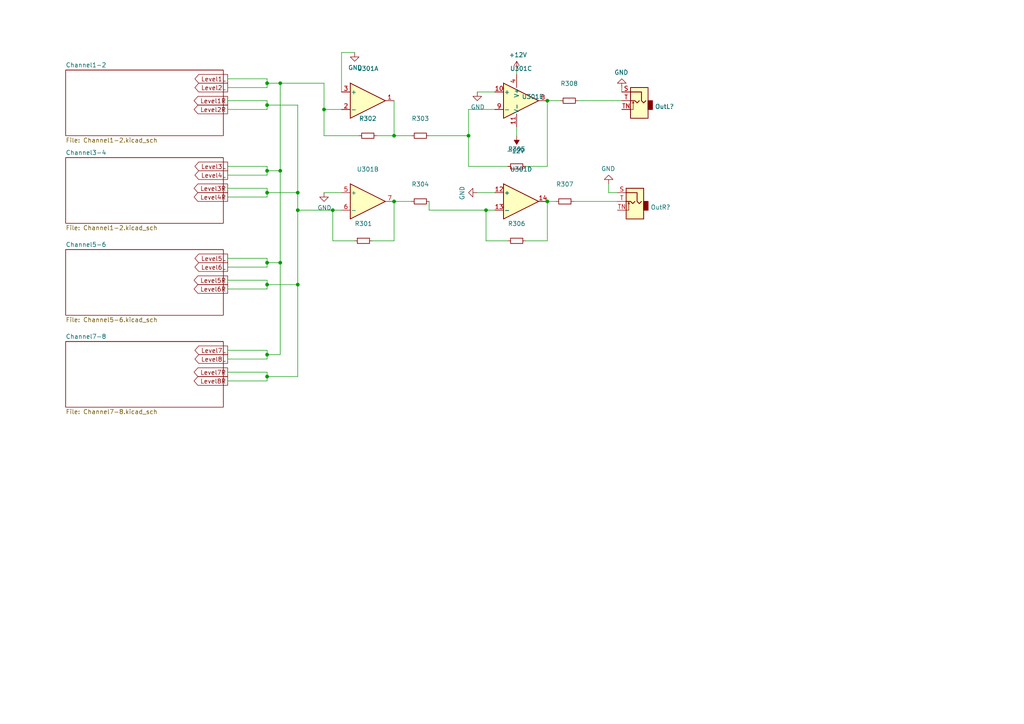
<source format=kicad_sch>
(kicad_sch (version 20211123) (generator eeschema)
  (paper "A4")
  (lib_symbols
    (symbol "Amplifier_Operational:TL074" (pin_names (offset 0.127))
      (property "Reference" "U" (at 0 5.08 0))
      (property "Value" "TL074" (at 0 -5.08 0))
      (symbol "TL074_1_1"
        (polyline (pts (xy -5.08 5.08) (xy 5.08 0) (xy -5.08 -5.08) (xy -5.08 5.08)) (stroke (width 0.254)) (fill (type background)))
        (pin output line (at 7.62 0 180) (length 2.54) (name "~") (number "1"))
        (pin input line (at -7.62 -2.54 0) (length 2.54) (name "-") (number "2"))
        (pin input line (at -7.62 2.54 0) (length 2.54) (name "+") (number "3"))
      )
      (symbol "TL074_2_1"
        (polyline (pts (xy -5.08 5.08) (xy 5.08 0) (xy -5.08 -5.08) (xy -5.08 5.08)) (stroke (width 0.254)) (fill (type background)))
        (pin input line (at -7.62 2.54 0) (length 2.54) (name "+") (number "5"))
        (pin input line (at -7.62 -2.54 0) (length 2.54) (name "-") (number "6"))
        (pin output line (at 7.62 0 180) (length 2.54) (name "~") (number "7"))
      )
      (symbol "TL074_3_1"
        (polyline (pts (xy -5.08 5.08) (xy 5.08 0) (xy -5.08 -5.08) (xy -5.08 5.08)) (stroke (width 0.254)) (fill (type background)))
        (pin input line (at -7.62 2.54 0) (length 2.54) (name "+") (number "10"))
        (pin output line (at 7.62 0 180) (length 2.54) (name "~") (number "8"))
        (pin input line (at -7.62 -2.54 0) (length 2.54) (name "-") (number "9"))
      )
      (symbol "TL074_4_1"
        (polyline (pts (xy -5.08 5.08) (xy 5.08 0) (xy -5.08 -5.08) (xy -5.08 5.08)) (stroke (width 0.254)) (fill (type background)))
        (pin input line (at -7.62 2.54 0) (length 2.54) (name "+") (number "12"))
        (pin input line (at -7.62 -2.54 0) (length 2.54) (name "-") (number "13"))
        (pin output line (at 7.62 0 180) (length 2.54) (name "~") (number "14"))
      )
      (symbol "TL074_5_1"
        (pin power_in line (at -2.54 -7.62 90) (length 3.81) (name "V-") (number "11"))
        (pin power_in line (at -2.54 7.62 270) (length 3.81) (name "V+") (number "4"))
      )
    )
    (symbol "Connector:AudioJack2_SwitchT"
      (property "Reference" "J" (at 0 8.89 0))
      (property "Value" "AudioJack2_SwitchT" (at 0 6.35 0))
      (symbol "AudioJack2_SwitchT_0_1"
        (rectangle (start -2.54 0) (end -3.81 -2.54) (stroke (width 0.254)) (fill (type outline)))
        (polyline (pts (xy 1.778 -0.254) (xy 2.032 -0.762)))
        (polyline (pts (xy 0 0) (xy 0.635 -0.635) (xy 1.27 0) (xy 2.54 0)) (stroke (width 0.254)))
        (polyline (pts (xy 2.54 -2.54) (xy 1.778 -2.54) (xy 1.778 -0.254) (xy 1.524 -0.762)))
        (polyline (pts (xy 2.54 2.54) (xy -0.635 2.54) (xy -0.635 0) (xy -1.27 -0.635) (xy -1.905 0)) (stroke (width 0.254)))
        (rectangle (start 2.54 3.81) (end -2.54 -5.08) (stroke (width 0.254)) (fill (type background)))
      )
      (symbol "AudioJack2_SwitchT_1_1"
        (pin passive line (at 5.08 2.54 180) (length 2.54) (name "~") (number "S"))
        (pin passive line (at 5.08 0 180) (length 2.54) (name "~") (number "T"))
        (pin passive line (at 5.08 -2.54 180) (length 2.54) (name "~") (number "TN"))
      )
    )
    (symbol "Device:R_Small" (pin_numbers hide) (pin_names (offset 0.254) hide)
      (property "Reference" "R" (at 0.762 0.508 0))
      (property "Value" "R_Small" (at 0.762 -1.016 0))
      (symbol "R_Small_0_1"
        (rectangle (start -0.762 1.778) (end 0.762 -1.778) (stroke (width 0.2032)))
      )
      (symbol "R_Small_1_1"
        (pin passive line (at 0 2.54 270) (length 0.762) (name "~") (number "1"))
        (pin passive line (at 0 -2.54 90) (length 0.762) (name "~") (number "2"))
      )
    )
    (symbol "power:+12V" (power) (pin_names (offset 0))
      (property "Value" "+12V" (at 0 3.556 0))
      (symbol "+12V_0_1"
        (polyline (pts (xy -0.762 1.27) (xy 0 2.54)))
        (polyline (pts (xy 0 0) (xy 0 2.54)))
        (polyline (pts (xy 0 2.54) (xy 0.762 1.27)))
      )
      (symbol "+12V_1_1"
        (pin power_in line (at 0 0 90) (length 0) hide (name "+12V") (number "1"))
      )
    )
    (symbol "power:-12V" (power) (pin_names (offset 0))
      (property "Value" "-12V" (at 0 3.81 0))
      (symbol "-12V_0_0"
        (pin power_in line (at 0 0 90) (length 0) hide (name "-12V") (number "1"))
      )
      (symbol "-12V_0_1"
        (polyline (pts (xy 0 0) (xy 0 1.27) (xy 0.762 1.27) (xy 0 2.54) (xy -0.762 1.27) (xy 0 1.27)) (fill (type outline)))
      )
    )
    (symbol "power:GND" (power) (pin_names (offset 0))
      (property "Value" "GND" (at 0 -3.81 0))
      (symbol "GND_0_1"
        (polyline (pts (xy 0 0) (xy 0 -1.27) (xy 1.27 -1.27) (xy 0 -2.54) (xy -1.27 -1.27) (xy 0 -1.27)))
      )
      (symbol "GND_1_1"
        (pin power_in line (at 0 0 270) (length 0) hide (name "GND") (number "1"))
      )
    )
  )
  (junction (at 77.47 49.53))
  (junction (at 93.98 31.75))
  (junction (at 114.3 58.42))
  (junction (at 86.36 55.88))
  (junction (at 86.36 60.96))
  (junction (at 77.47 55.88))
  (junction (at 158.75 58.42))
  (junction (at 77.47 24.13))
  (junction (at 96.52 60.96))
  (junction (at 81.28 76.2))
  (junction (at 77.47 76.2))
  (junction (at 77.47 109.22))
  (junction (at 77.47 82.55))
  (junction (at 114.3 39.37))
  (junction (at 140.97 60.96))
  (junction (at 77.47 102.87))
  (junction (at 86.36 82.55))
  (junction (at 77.47 30.48))
  (junction (at 81.28 49.53))
  (junction (at 81.28 24.13))
  (junction (at 135.89 39.37))
  (junction (at 158.75 29.21))
  (wire (pts (xy 166.37 58.42) (xy 179.07 58.42)))
  (wire (pts (xy 114.3 39.37) (xy 114.3 29.21)))
  (wire (pts (xy 93.98 31.75) (xy 99.06 31.75)))
  (wire (pts (xy 86.36 109.22) (xy 86.36 82.55)))
  (wire (pts (xy 77.47 74.93) (xy 77.47 76.2)))
  (wire (pts (xy 161.29 58.42) (xy 158.75 58.42)))
  (wire (pts (xy 77.47 25.4) (xy 66.04 25.4)))
  (wire (pts (xy 107.95 69.85) (xy 114.3 69.85)))
  (wire (pts (xy 77.47 30.48) (xy 86.36 30.48)))
  (wire (pts (xy 66.04 48.26) (xy 77.47 48.26)))
  (wire (pts (xy 124.46 58.42) (xy 124.46 60.96)))
  (wire (pts (xy 124.46 60.96) (xy 140.97 60.96)))
  (wire (pts (xy 152.4 69.85) (xy 158.75 69.85)))
  (wire (pts (xy 81.28 102.87) (xy 81.28 76.2)))
  (wire (pts (xy 77.47 49.53) (xy 81.28 49.53)))
  (wire (pts (xy 93.98 24.13) (xy 93.98 31.75)))
  (wire (pts (xy 77.47 82.55) (xy 86.36 82.55)))
  (wire (pts (xy 96.52 69.85) (xy 102.87 69.85)))
  (wire (pts (xy 135.89 48.26) (xy 147.32 48.26)))
  (wire (pts (xy 66.04 22.86) (xy 77.47 22.86)))
  (wire (pts (xy 149.86 21.59) (xy 149.86 20.32)))
  (wire (pts (xy 77.47 109.22) (xy 77.47 107.95)))
  (wire (pts (xy 147.32 69.85) (xy 140.97 69.85)))
  (wire (pts (xy 77.47 49.53) (xy 77.47 48.26)))
  (wire (pts (xy 162.56 29.21) (xy 158.75 29.21)))
  (wire (pts (xy 77.47 110.49) (xy 66.04 110.49)))
  (wire (pts (xy 77.47 77.47) (xy 66.04 77.47)))
  (wire (pts (xy 77.47 30.48) (xy 77.47 31.75)))
  (wire (pts (xy 77.47 81.28) (xy 77.47 82.55)))
  (wire (pts (xy 86.36 82.55) (xy 86.36 60.96)))
  (wire (pts (xy 135.89 48.26) (xy 135.89 39.37)))
  (wire (pts (xy 77.47 55.88) (xy 77.47 57.15)))
  (wire (pts (xy 77.47 24.13) (xy 77.47 25.4)))
  (wire (pts (xy 66.04 101.6) (xy 77.47 101.6)))
  (wire (pts (xy 135.89 39.37) (xy 135.89 31.75)))
  (wire (pts (xy 180.34 26.67) (xy 180.34 25.4)))
  (wire (pts (xy 77.47 55.88) (xy 86.36 55.88)))
  (wire (pts (xy 96.52 60.96) (xy 96.52 69.85)))
  (wire (pts (xy 77.47 24.13) (xy 81.28 24.13)))
  (wire (pts (xy 77.47 57.15) (xy 66.04 57.15)))
  (wire (pts (xy 66.04 29.21) (xy 77.47 29.21)))
  (wire (pts (xy 93.98 31.75) (xy 93.98 39.37)))
  (wire (pts (xy 66.04 81.28) (xy 77.47 81.28)))
  (wire (pts (xy 86.36 60.96) (xy 96.52 60.96)))
  (wire (pts (xy 81.28 49.53) (xy 81.28 24.13)))
  (wire (pts (xy 77.47 104.14) (xy 66.04 104.14)))
  (wire (pts (xy 77.47 104.14) (xy 77.47 102.87)))
  (wire (pts (xy 114.3 69.85) (xy 114.3 58.42)))
  (wire (pts (xy 138.43 55.88) (xy 143.51 55.88)))
  (wire (pts (xy 167.64 29.21) (xy 180.34 29.21)))
  (wire (pts (xy 176.53 53.34) (xy 176.53 55.88)))
  (wire (pts (xy 135.89 31.75) (xy 143.51 31.75)))
  (wire (pts (xy 77.47 82.55) (xy 77.47 83.82)))
  (wire (pts (xy 77.47 50.8) (xy 77.47 49.53)))
  (wire (pts (xy 77.47 102.87) (xy 81.28 102.87)))
  (wire (pts (xy 77.47 102.87) (xy 77.47 101.6)))
  (wire (pts (xy 81.28 24.13) (xy 93.98 24.13)))
  (wire (pts (xy 77.47 110.49) (xy 77.47 109.22)))
  (wire (pts (xy 176.53 55.88) (xy 179.07 55.88)))
  (wire (pts (xy 77.47 54.61) (xy 77.47 55.88)))
  (wire (pts (xy 99.06 15.24) (xy 102.87 15.24)))
  (wire (pts (xy 77.47 109.22) (xy 86.36 109.22)))
  (wire (pts (xy 93.98 39.37) (xy 104.14 39.37)))
  (wire (pts (xy 81.28 76.2) (xy 81.28 49.53)))
  (wire (pts (xy 86.36 55.88) (xy 86.36 60.96)))
  (wire (pts (xy 96.52 60.96) (xy 99.06 60.96)))
  (wire (pts (xy 138.43 26.67) (xy 143.51 26.67)))
  (wire (pts (xy 140.97 60.96) (xy 143.51 60.96)))
  (wire (pts (xy 77.47 76.2) (xy 81.28 76.2)))
  (wire (pts (xy 66.04 107.95) (xy 77.47 107.95)))
  (wire (pts (xy 77.47 50.8) (xy 66.04 50.8)))
  (wire (pts (xy 77.47 22.86) (xy 77.47 24.13)))
  (wire (pts (xy 149.86 36.83) (xy 149.86 39.37)))
  (wire (pts (xy 158.75 48.26) (xy 158.75 29.21)))
  (wire (pts (xy 124.46 39.37) (xy 135.89 39.37)))
  (wire (pts (xy 93.98 55.88) (xy 99.06 55.88)))
  (wire (pts (xy 99.06 15.24) (xy 99.06 26.67)))
  (wire (pts (xy 114.3 39.37) (xy 119.38 39.37)))
  (wire (pts (xy 158.75 69.85) (xy 158.75 58.42)))
  (wire (pts (xy 77.47 76.2) (xy 77.47 77.47)))
  (wire (pts (xy 77.47 31.75) (xy 66.04 31.75)))
  (wire (pts (xy 86.36 30.48) (xy 86.36 55.88)))
  (wire (pts (xy 66.04 74.93) (xy 77.47 74.93)))
  (wire (pts (xy 114.3 58.42) (xy 119.38 58.42)))
  (wire (pts (xy 109.22 39.37) (xy 114.3 39.37)))
  (wire (pts (xy 77.47 29.21) (xy 77.47 30.48)))
  (wire (pts (xy 77.47 83.82) (xy 66.04 83.82)))
  (wire (pts (xy 66.04 54.61) (xy 77.47 54.61)))
  (wire (pts (xy 152.4 48.26) (xy 158.75 48.26)))
  (wire (pts (xy 140.97 69.85) (xy 140.97 60.96)))
  (global_label "Level1R" (shape output) (at 66.04 29.21 180) (property "Intersheet References" "${INTERSHEET_REFS}" (effects hide)))
  (global_label "Level2L" (shape output) (at 66.04 25.4 180) (property "Intersheet References" "${INTERSHEET_REFS}" (effects hide)))
  (global_label "Level7L" (shape output) (at 66.04 101.6 180) (property "Intersheet References" "${INTERSHEET_REFS}" (effects hide)))
  (global_label "Level5R" (shape output) (at 66.04 81.28 180) (property "Intersheet References" "${INTERSHEET_REFS}" (effects hide)))
  (global_label "Level4R" (shape output) (at 66.04 57.15 180) (property "Intersheet References" "${INTERSHEET_REFS}" (effects hide)))
  (global_label "Level7R" (shape output) (at 66.04 107.95 180) (property "Intersheet References" "${INTERSHEET_REFS}" (effects hide)))
  (global_label "Level5L" (shape output) (at 66.04 74.93 180) (property "Intersheet References" "${INTERSHEET_REFS}" (effects hide)))
  (global_label "Level3R" (shape output) (at 66.04 54.61 180) (property "Intersheet References" "${INTERSHEET_REFS}" (effects hide)))
  (global_label "Level2R" (shape output) (at 66.04 31.75 180) (property "Intersheet References" "${INTERSHEET_REFS}" (effects hide)))
  (global_label "Level6R" (shape output) (at 66.04 83.82 180) (property "Intersheet References" "${INTERSHEET_REFS}" (effects hide)))
  (global_label "Level6L" (shape output) (at 66.04 77.47 180) (property "Intersheet References" "${INTERSHEET_REFS}" (effects hide)))
  (global_label "Level4L" (shape output) (at 66.04 50.8 180) (property "Intersheet References" "${INTERSHEET_REFS}" (effects hide)))
  (global_label "Level1L" (shape output) (at 66.04 22.86 180) (property "Intersheet References" "${INTERSHEET_REFS}" (effects hide)))
  (global_label "Level8R" (shape output) (at 66.04 110.49 180) (property "Intersheet References" "${INTERSHEET_REFS}" (effects hide)))
  (global_label "Level3L" (shape output) (at 66.04 48.26 180) (property "Intersheet References" "${INTERSHEET_REFS}" (effects hide)))
  (global_label "Level8L" (shape output) (at 66.04 104.14 180) (property "Intersheet References" "${INTERSHEET_REFS}" (effects hide)))
  (symbol (lib_id "Amplifier_Operational:TL074") (at 106.68 29.21 0) (unit 1)
    (property "Reference" "U301" (at 106.68 19.8882 0))
    (property "Datasheet" "http://www.ti.com/lit/ds/symlink/tl071.pdf" (effects hide))
  )
  (symbol (lib_id "Amplifier_Operational:TL074") (at 106.68 58.42 0) (unit 2)
    (property "Reference" "U301" (at 106.68 49.0982 0))
    (property "Datasheet" "http://www.ti.com/lit/ds/symlink/tl071.pdf" (effects hide))
  )
  (symbol (lib_id "Amplifier_Operational:TL074") (at 151.13 29.21 0) (unit 3)
    (property "Reference" "U301" (at 151.13 19.8882 0))
    (property "Datasheet" "http://www.ti.com/lit/ds/symlink/tl071.pdf" (effects hide))
  )
  (symbol (lib_id "Amplifier_Operational:TL074") (at 151.13 58.42 0) (unit 4)
    (property "Reference" "U301" (at 151.13 49.0982 0))
    (property "Datasheet" "http://www.ti.com/lit/ds/symlink/tl071.pdf" (effects hide))
  )
  (symbol (lib_id "Amplifier_Operational:TL074") (at 152.4 29.21 0) (unit 5)
    (property "Reference" "U301" (at 151.3332 28.0416 0) (effects (justify left)))
    (property "Datasheet" "http://www.ti.com/lit/ds/symlink/tl071.pdf" (effects hide))
  )
  (symbol (lib_id "power:-12V") (at 149.86 39.37 180) (unit 1)
    (property "Reference" "#PWR?" (effects hide))
  )
  (symbol (lib_id "power:+12V") (at 149.86 20.32 0) (unit 1)
    (property "Reference" "#PWR?" (effects hide))
  )
  (symbol (lib_id "power:GND") (at 102.87 15.24 0) (unit 1)
    (property "Reference" "#PWR?" (effects hide))
  )
  (symbol (lib_id "Device:R_Small") (at 106.68 39.37 270) (unit 1)
    (property "Reference" "R302" (at 106.68 34.3916 90))
  )
  (symbol (lib_id "Device:R_Small") (at 121.92 39.37 270) (unit 1)
    (property "Reference" "R303" (at 121.92 34.3916 90))
  )
  (symbol (lib_id "power:GND") (at 138.43 26.67 0) (unit 1)
    (property "Reference" "#PWR?" (effects hide))
  )
  (symbol (lib_id "Device:R_Small") (at 149.86 48.26 270) (unit 1)
    (property "Reference" "R305" (at 149.86 43.2816 90))
  )
  (symbol (lib_id "Device:R_Small") (at 165.1 29.21 270) (unit 1)
    (property "Reference" "R308" (at 165.1 24.2316 90))
  )
  (symbol (lib_id "power:GND") (at 93.98 55.88 0) (unit 1)
    (property "Reference" "#PWR?" (effects hide))
  )
  (symbol (lib_id "Device:R_Small") (at 105.41 69.85 270) (unit 1)
    (property "Reference" "R301" (at 105.41 64.8716 90))
  )
  (symbol (lib_id "Device:R_Small") (at 121.92 58.42 270) (unit 1)
    (property "Reference" "R304" (at 121.92 53.4416 90))
  )
  (symbol (lib_id "power:GND") (at 138.43 55.88 270) (unit 1)
    (property "Reference" "#PWR?" (effects hide))
  )
  (symbol (lib_id "Device:R_Small") (at 149.86 69.85 270) (unit 1)
    (property "Reference" "R306" (at 149.86 64.8716 90))
  )
  (symbol (lib_id "Device:R_Small") (at 163.83 58.42 270) (unit 1)
    (property "Reference" "R307" (at 163.83 53.4416 90))
  )
  (symbol (lib_id "power:GND") (at 180.34 25.4 180) (unit 1)
    (property "Reference" "#PWR?" (effects hide))
  )
  (symbol (lib_id "Connector:AudioJack2_SwitchT") (at 185.42 29.21 0) (mirror y) (unit 1)
    (property "Reference" "OutL?" (at 189.9666 30.9118 0) (effects (justify right)))
  )
  (symbol (lib_id "Connector:AudioJack2_SwitchT") (at 184.15 58.42 0) (mirror y) (unit 1)
    (property "Reference" "OutR?" (at 188.6966 60.1218 0) (effects (justify right)))
  )
  (symbol (lib_id "power:GND") (at 176.53 53.34 180) (unit 1)
    (property "Reference" "#PWR?" (effects hide))
  )
  (sheet (at 19.05 72.39) (size 45.72 19.05)
    (property "Sheet name" "Channel5-6" (at 19.05 71.6784 0) (effects (justify left bottom)))
    (property "Sheet file" "Channel5-6.kicad_sch" (at 19.05 92.0246 0) (effects (justify left top)))
  )
  (sheet (at 19.05 20.32) (size 45.72 19.05)
    (property "Sheet name" "Channel1-2" (at 19.05 19.6084 0) (effects (justify left bottom)))
    (property "Sheet file" "Channel1-2.kicad_sch" (at 19.05 39.9546 0) (effects (justify left top)))
  )
  (sheet (at 19.05 99.06) (size 45.72 19.05)
    (property "Sheet name" "Channel7-8" (at 19.05 98.3484 0) (effects (justify left bottom)))
    (property "Sheet file" "Channel7-8.kicad_sch" (at 19.05 118.6946 0) (effects (justify left top)))
  )
  (sheet (at 19.05 45.72) (size 45.72 19.05)
    (property "Sheet name" "Channel3-4" (at 19.05 45.0084 0) (effects (justify left bottom)))
    (property "Sheet file" "Channel1-2.kicad_sch" (at 19.05 65.3546 0) (effects (justify left top)))
  )
)
</source>
